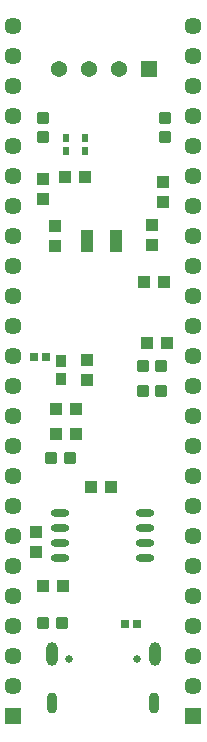
<source format=gbr>
%TF.GenerationSoftware,Altium Limited,Altium Designer,22.10.1 (41)*%
G04 Layer_Color=255*
%FSLAX45Y45*%
%MOMM*%
%TF.SameCoordinates,F1D13F34-3715-448E-B12D-83C564530F5A*%
%TF.FilePolarity,Positive*%
%TF.FileFunction,Pads,Bot*%
%TF.Part,Single*%
G01*
G75*
%TA.AperFunction,SMDPad,CuDef*%
%ADD15R,0.80000X0.80000*%
G04:AMPARAMS|DCode=18|XSize=0.94mm|YSize=1.02mm|CornerRadius=0.094mm|HoleSize=0mm|Usage=FLASHONLY|Rotation=0.000|XOffset=0mm|YOffset=0mm|HoleType=Round|Shape=RoundedRectangle|*
%AMROUNDEDRECTD18*
21,1,0.94000,0.83200,0,0,0.0*
21,1,0.75200,1.02000,0,0,0.0*
1,1,0.18800,0.37600,-0.41600*
1,1,0.18800,-0.37600,-0.41600*
1,1,0.18800,-0.37600,0.41600*
1,1,0.18800,0.37600,0.41600*
%
%ADD18ROUNDEDRECTD18*%
G04:AMPARAMS|DCode=19|XSize=0.94mm|YSize=1.02mm|CornerRadius=0.094mm|HoleSize=0mm|Usage=FLASHONLY|Rotation=90.000|XOffset=0mm|YOffset=0mm|HoleType=Round|Shape=RoundedRectangle|*
%AMROUNDEDRECTD19*
21,1,0.94000,0.83200,0,0,90.0*
21,1,0.75200,1.02000,0,0,90.0*
1,1,0.18800,0.41600,0.37600*
1,1,0.18800,0.41600,-0.37600*
1,1,0.18800,-0.41600,-0.37600*
1,1,0.18800,-0.41600,0.37600*
%
%ADD19ROUNDEDRECTD19*%
%ADD20R,1.00000X1.10000*%
%TA.AperFunction,ComponentPad*%
%ADD25R,1.44800X1.44800*%
%ADD26C,1.44800*%
%ADD27O,1.00000X2.00000*%
%ADD28O,0.90000X1.80000*%
%ADD29C,0.65000*%
%ADD30C,1.37000*%
%ADD31R,1.37000X1.37000*%
%TA.AperFunction,SMDPad,CuDef*%
%ADD33R,0.97000X1.00000*%
%ADD34R,1.10000X1.00000*%
%ADD35O,1.60000X0.60000*%
%ADD36R,1.10000X1.90000*%
%ADD37R,0.50000X0.70000*%
D15*
X3525000Y4432500D02*
D03*
X4195000Y2175000D02*
D03*
X4295000D02*
D03*
X3422500Y4432500D02*
D03*
D18*
X3505998Y2180002D02*
D03*
X3663998D02*
D03*
X3572500Y3580000D02*
D03*
X3730500D02*
D03*
X4345998Y4359998D02*
D03*
X4503999D02*
D03*
X4347002Y4145000D02*
D03*
X4505002D02*
D03*
D19*
X3504425Y6297245D02*
D03*
Y6455246D02*
D03*
X4537500Y6297000D02*
D03*
Y6455000D02*
D03*
D20*
X4515002Y5914999D02*
D03*
Y5744999D02*
D03*
X3504801Y5940699D02*
D03*
Y5770699D02*
D03*
X3445000Y2955000D02*
D03*
Y2785000D02*
D03*
X3875900Y4241101D02*
D03*
Y4411101D02*
D03*
X4425198Y5379300D02*
D03*
Y5549300D02*
D03*
X3605199Y5369302D02*
D03*
Y5539302D02*
D03*
D25*
X4777000Y1395000D02*
D03*
X3253000Y1395000D02*
D03*
D26*
X4777000Y1649000D02*
D03*
Y1903000D02*
D03*
Y2157000D02*
D03*
Y2411000D02*
D03*
Y2665000D02*
D03*
Y2919000D02*
D03*
Y3173000D02*
D03*
Y3427000D02*
D03*
Y3681000D02*
D03*
Y3935000D02*
D03*
Y4189000D02*
D03*
Y4443000D02*
D03*
Y4697000D02*
D03*
Y4951000D02*
D03*
Y5205000D02*
D03*
Y5459000D02*
D03*
Y5713000D02*
D03*
Y5967000D02*
D03*
Y6221000D02*
D03*
Y6475000D02*
D03*
Y6729000D02*
D03*
Y6983000D02*
D03*
Y7237000D02*
D03*
X3253000Y1649000D02*
D03*
Y1903000D02*
D03*
Y2157000D02*
D03*
Y2411000D02*
D03*
Y2665000D02*
D03*
Y2919000D02*
D03*
Y3173000D02*
D03*
Y3427000D02*
D03*
Y3681000D02*
D03*
Y3935000D02*
D03*
Y4189000D02*
D03*
Y4443000D02*
D03*
Y4697000D02*
D03*
Y4951000D02*
D03*
Y5205000D02*
D03*
Y5459000D02*
D03*
Y5713000D02*
D03*
Y5967000D02*
D03*
Y6221000D02*
D03*
Y6475000D02*
D03*
Y6729000D02*
D03*
Y6983000D02*
D03*
Y7237000D02*
D03*
D27*
X4447500Y1920000D02*
D03*
X3580700Y1921600D02*
D03*
D28*
X4445700Y1503600D02*
D03*
X3580700D02*
D03*
D29*
X4302200Y1873600D02*
D03*
X3724200D02*
D03*
D30*
X3634501Y6872500D02*
D03*
X3888501D02*
D03*
X4142501D02*
D03*
D31*
X4396501D02*
D03*
D33*
X3652999Y4394901D02*
D03*
Y4247901D02*
D03*
D34*
X3504300Y2492300D02*
D03*
X3674300D02*
D03*
X3909966Y3334798D02*
D03*
X4079966D02*
D03*
X3610000Y3782500D02*
D03*
X3780000D02*
D03*
X3780701Y3995198D02*
D03*
X3610701D02*
D03*
X4552499Y4552500D02*
D03*
X4382499D02*
D03*
X4355000Y5065000D02*
D03*
X4525000D02*
D03*
X3689299Y5954803D02*
D03*
X3859299D02*
D03*
D35*
X3646698Y3110003D02*
D03*
Y2983003D02*
D03*
Y2856003D02*
D03*
Y2729003D02*
D03*
X4366698D02*
D03*
Y2856003D02*
D03*
Y2983003D02*
D03*
Y3110003D02*
D03*
D36*
X3874998Y5415002D02*
D03*
X4124998D02*
D03*
D37*
X3696299Y6179102D02*
D03*
Y6289102D02*
D03*
X3856299Y6179102D02*
D03*
Y6289102D02*
D03*
%TF.MD5,3720d817e54589ad4510e1cc361e9a23*%
M02*

</source>
